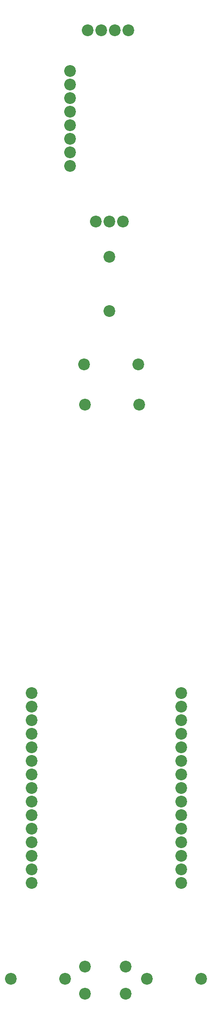
<source format=gbr>
%TF.GenerationSoftware,KiCad,Pcbnew,9.0.4*%
%TF.CreationDate,2025-11-10T20:34:51-07:00*%
%TF.ProjectId,ideaspark_esp_board,69646561-7370-4617-926b-5f6573705f62,rev?*%
%TF.SameCoordinates,Original*%
%TF.FileFunction,Soldermask,Bot*%
%TF.FilePolarity,Negative*%
%FSLAX46Y46*%
G04 Gerber Fmt 4.6, Leading zero omitted, Abs format (unit mm)*
G04 Created by KiCad (PCBNEW 9.0.4) date 2025-11-10 20:34:51*
%MOMM*%
%LPD*%
G01*
G04 APERTURE LIST*
%ADD10C,2.200000*%
G04 APERTURE END LIST*
D10*
%TO.C,U3*%
X34000000Y69280000D03*
X34000000Y66740000D03*
X34000000Y64200000D03*
X34000000Y61660000D03*
X34000000Y59120000D03*
X34000000Y56580000D03*
X34000000Y54040000D03*
X34000000Y51500000D03*
X34000000Y48960000D03*
X34000000Y46420000D03*
X34000000Y43880000D03*
X34000000Y41340000D03*
X34000000Y38800000D03*
X34000000Y36260000D03*
X34000000Y33720000D03*
X6000000Y69280000D03*
X6000000Y66740000D03*
X6000000Y64200000D03*
X6000000Y61660000D03*
X6000000Y59120000D03*
X6000000Y56580000D03*
X6000000Y54040000D03*
X6000000Y51500000D03*
X6000000Y48960000D03*
X6000000Y46420000D03*
X6000000Y43880000D03*
X6000000Y41340000D03*
X6000000Y38800000D03*
X6000000Y36260000D03*
X6000000Y33720000D03*
%TD*%
%TO.C,Power1*%
X12280000Y15740000D03*
X2120000Y15740000D03*
%TD*%
%TO.C,U2*%
X23600000Y18040000D03*
X23600000Y12960000D03*
X15980000Y18040000D03*
X15980000Y12960000D03*
%TD*%
%TO.C,LED_ABGR1*%
X19000000Y193400000D03*
X24080000Y193400000D03*
X21540000Y193400000D03*
X16460000Y193400000D03*
%TD*%
%TO.C,Q1*%
X20600000Y157600000D03*
X18060000Y157600000D03*
X23140000Y157600000D03*
%TD*%
%TO.C,Motor_DC1*%
X16000000Y123300000D03*
X26160000Y123300000D03*
%TD*%
%TO.C,Switch1*%
X27600000Y15800000D03*
X37760000Y15800000D03*
%TD*%
%TO.C,base_resistor1*%
X20600000Y140840000D03*
X20600000Y151000000D03*
%TD*%
%TO.C,Flyback1*%
X26000000Y130800000D03*
X15840000Y130800000D03*
%TD*%
%TO.C,LED_ARGB1*%
X13200000Y185740000D03*
X13200000Y183200000D03*
X13200000Y180660000D03*
X13200000Y178120000D03*
X13200000Y175580000D03*
X13200000Y173040000D03*
X13200000Y170500000D03*
X13200000Y167960000D03*
%TD*%
M02*

</source>
